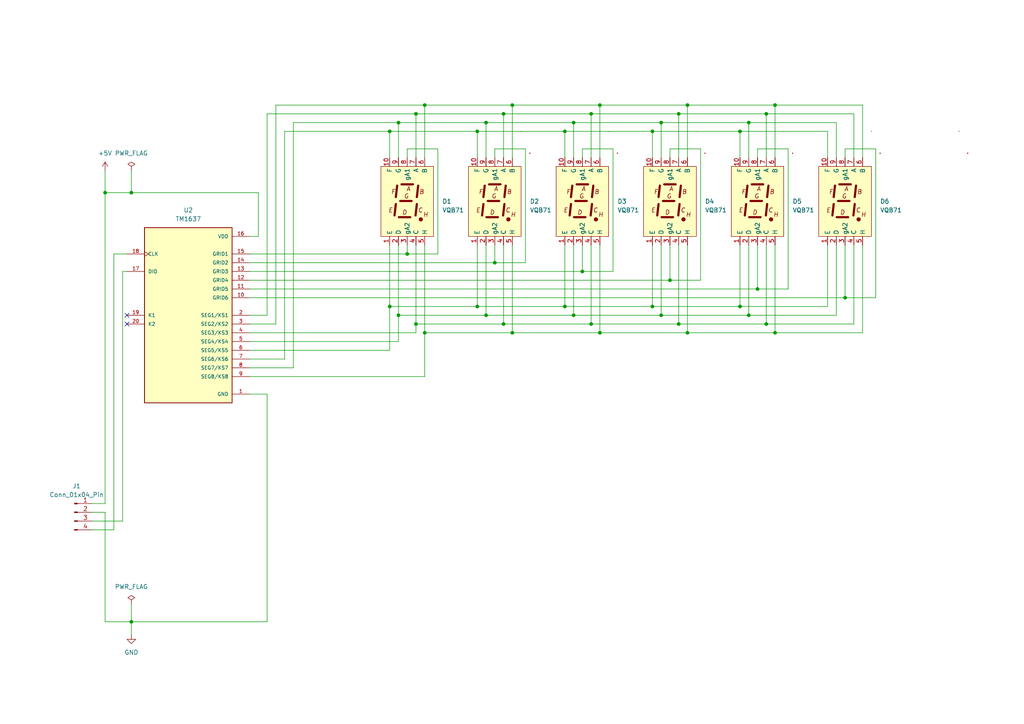
<source format=kicad_sch>
(kicad_sch (version 20230121) (generator eeschema)

  (uuid f63bac00-50e8-4e1d-9483-d4f75b06d28e)

  (paper "A4")

  (lib_symbols
    (symbol "Connector:Conn_01x04_Pin" (pin_names (offset 1.016) hide) (in_bom yes) (on_board yes)
      (property "Reference" "J" (at 0 5.08 0)
        (effects (font (size 1.27 1.27)))
      )
      (property "Value" "Conn_01x04_Pin" (at 0 -7.62 0)
        (effects (font (size 1.27 1.27)))
      )
      (property "Footprint" "" (at 0 0 0)
        (effects (font (size 1.27 1.27)) hide)
      )
      (property "Datasheet" "~" (at 0 0 0)
        (effects (font (size 1.27 1.27)) hide)
      )
      (property "ki_locked" "" (at 0 0 0)
        (effects (font (size 1.27 1.27)))
      )
      (property "ki_keywords" "connector" (at 0 0 0)
        (effects (font (size 1.27 1.27)) hide)
      )
      (property "ki_description" "Generic connector, single row, 01x04, script generated" (at 0 0 0)
        (effects (font (size 1.27 1.27)) hide)
      )
      (property "ki_fp_filters" "Connector*:*_1x??_*" (at 0 0 0)
        (effects (font (size 1.27 1.27)) hide)
      )
      (symbol "Conn_01x04_Pin_1_1"
        (polyline
          (pts
            (xy 1.27 -5.08)
            (xy 0.8636 -5.08)
          )
          (stroke (width 0.1524) (type default))
          (fill (type none))
        )
        (polyline
          (pts
            (xy 1.27 -2.54)
            (xy 0.8636 -2.54)
          )
          (stroke (width 0.1524) (type default))
          (fill (type none))
        )
        (polyline
          (pts
            (xy 1.27 0)
            (xy 0.8636 0)
          )
          (stroke (width 0.1524) (type default))
          (fill (type none))
        )
        (polyline
          (pts
            (xy 1.27 2.54)
            (xy 0.8636 2.54)
          )
          (stroke (width 0.1524) (type default))
          (fill (type none))
        )
        (rectangle (start 0.8636 -4.953) (end 0 -5.207)
          (stroke (width 0.1524) (type default))
          (fill (type outline))
        )
        (rectangle (start 0.8636 -2.413) (end 0 -2.667)
          (stroke (width 0.1524) (type default))
          (fill (type outline))
        )
        (rectangle (start 0.8636 0.127) (end 0 -0.127)
          (stroke (width 0.1524) (type default))
          (fill (type outline))
        )
        (rectangle (start 0.8636 2.667) (end 0 2.413)
          (stroke (width 0.1524) (type default))
          (fill (type outline))
        )
        (pin passive line (at 5.08 2.54 180) (length 3.81)
          (name "Pin_1" (effects (font (size 1.27 1.27))))
          (number "1" (effects (font (size 1.27 1.27))))
        )
        (pin passive line (at 5.08 0 180) (length 3.81)
          (name "Pin_2" (effects (font (size 1.27 1.27))))
          (number "2" (effects (font (size 1.27 1.27))))
        )
        (pin passive line (at 5.08 -2.54 180) (length 3.81)
          (name "Pin_3" (effects (font (size 1.27 1.27))))
          (number "3" (effects (font (size 1.27 1.27))))
        )
        (pin passive line (at 5.08 -5.08 180) (length 3.81)
          (name "Pin_4" (effects (font (size 1.27 1.27))))
          (number "4" (effects (font (size 1.27 1.27))))
        )
      )
    )
    (symbol "RFT_Optoelektronik:VQB71" (in_bom yes) (on_board yes)
      (property "Reference" "D" (at -11.43 0 90)
        (effects (font (size 1.27 1.27)))
      )
      (property "Value" "VQB71" (at -8.89 0 90)
        (effects (font (size 1.27 1.27)))
      )
      (property "Footprint" "RFT_sonstiges:D_VQB71" (at 0 -21.59 0)
        (effects (font (size 1.27 1.27)) hide)
      )
      (property "Datasheet" "https://www-user.tu-chemnitz.de/~heha/basteln/Konsumg%C3%BCter/DDR-Halbleiter/vqb71.gif" (at 0 -19.05 0)
        (effects (font (size 1.27 1.27)) hide)
      )
      (property "ki_description" "einstellige LED-Anzeige, rot, 7mm, gemeinsame Anode" (at 0 0 0)
        (effects (font (size 1.27 1.27)) hide)
      )
      (symbol "VQB71_0_0"
        (polyline
          (pts
            (xy 68.58 6.35)
            (xy 68.58 6.35)
          )
          (stroke (width 0.1524) (type default))
          (fill (type none))
        )
        (circle (center 35.56 13.97) (radius 0.0001)
          (stroke (width 0.1524) (type default))
          (fill (type none))
        )
        (circle (center 35.56 13.97) (radius 0.0001)
          (stroke (width 0.1524) (type default))
          (fill (type none))
        )
        (text "A" (at 0.3556 3.6576 0)
          (effects (font (size 1.27 1.27) italic))
        )
        (text "B" (at 4.191 2.794 0)
          (effects (font (size 1.27 1.27) italic))
        )
        (text "C" (at 3.81 -2.54 0)
          (effects (font (size 1.27 1.27) italic))
        )
        (text "D" (at -0.762 -3.175 0)
          (effects (font (size 1.27 1.27) italic))
        )
        (text "E" (at -4.826 -2.54 0)
          (effects (font (size 1.27 1.27) italic))
        )
        (text "F" (at -4.064 2.794 0)
          (effects (font (size 1.27 1.27) italic))
        )
        (text "G" (at -0.254 1.524 0)
          (effects (font (size 1.27 1.27) italic))
        )
        (text "H" (at 5.334 -3.81 0)
          (effects (font (size 1.27 1.27) italic))
        )
      )
      (symbol "VQB71_0_1"
        (rectangle (start -7.62 10.16) (end 7.62 -10.16)
          (stroke (width 0.1524) (type default))
          (fill (type background))
        )
        (polyline
          (pts
            (xy -3.302 -0.762)
            (xy -3.683 -4.064)
          )
          (stroke (width 0.635) (type default))
          (fill (type none))
        )
        (polyline
          (pts
            (xy -2.921 4.572)
            (xy -3.302 1.27)
          )
          (stroke (width 0.635) (type default))
          (fill (type none))
        )
        (polyline
          (pts
            (xy -2.413 -4.572)
            (xy 0.889 -4.572)
          )
          (stroke (width 0.635) (type default))
          (fill (type none))
        )
        (polyline
          (pts
            (xy -2.032 0.127)
            (xy 1.27 0.127)
          )
          (stroke (width 0.635) (type default))
          (fill (type none))
        )
        (polyline
          (pts
            (xy -1.651 4.953)
            (xy 1.651 4.953)
          )
          (stroke (width 0.635) (type default))
          (fill (type none))
        )
        (polyline
          (pts
            (xy 2.794 -0.762)
            (xy 2.413 -4.064)
          )
          (stroke (width 0.635) (type default))
          (fill (type none))
        )
        (polyline
          (pts
            (xy 3.175 4.572)
            (xy 2.794 1.27)
          )
          (stroke (width 0.635) (type default))
          (fill (type none))
        )
        (circle (center 3.937 -5.207) (radius 0.5236)
          (stroke (width 0.1524) (type default))
          (fill (type outline))
        )
        (rectangle (start 33.02 20.32) (end 33.02 20.32)
          (stroke (width 0.1524) (type default))
          (fill (type none))
        )
        (rectangle (start 33.02 20.32) (end 33.02 20.32)
          (stroke (width 0.1524) (type default))
          (fill (type none))
        )
        (rectangle (start 33.02 20.32) (end 33.02 20.32)
          (stroke (width 0.1524) (type default))
          (fill (type none))
        )
        (rectangle (start 33.02 20.32) (end 33.02 20.32)
          (stroke (width 0.1524) (type default))
          (fill (type none))
        )
        (rectangle (start 33.02 20.32) (end 33.02 20.32)
          (stroke (width 0.1524) (type default))
          (fill (type none))
        )
      )
      (symbol "VQB71_1_1"
        (pin passive line (at -5.08 -12.7 90) (length 2.54)
          (name "E" (effects (font (size 1.27 1.27))))
          (number "1" (effects (font (size 1.27 1.27))))
        )
        (pin passive line (at -5.08 12.7 270) (length 2.54)
          (name "F" (effects (font (size 1.27 1.27))))
          (number "10" (effects (font (size 1.27 1.27))))
        )
        (pin passive line (at -2.54 -12.7 90) (length 2.54)
          (name "D" (effects (font (size 1.27 1.27))))
          (number "2" (effects (font (size 1.27 1.27))))
        )
        (pin passive line (at 0 -12.7 90) (length 2.54)
          (name "gA2" (effects (font (size 1.27 1.27))))
          (number "3" (effects (font (size 1.27 1.27))))
        )
        (pin passive line (at 2.54 -12.7 90) (length 2.54)
          (name "C" (effects (font (size 1.27 1.27))))
          (number "4" (effects (font (size 1.27 1.27))))
        )
        (pin passive line (at 5.08 -12.7 90) (length 2.54)
          (name "H" (effects (font (size 1.27 1.27))))
          (number "5" (effects (font (size 1.27 1.27))))
        )
        (pin passive line (at 5.08 12.7 270) (length 2.54)
          (name "B" (effects (font (size 1.27 1.27))))
          (number "6" (effects (font (size 1.27 1.27))))
        )
        (pin passive line (at 2.54 12.7 270) (length 2.54)
          (name "A" (effects (font (size 1.27 1.27))))
          (number "7" (effects (font (size 1.27 1.27))))
        )
        (pin passive line (at 0 12.7 270) (length 2.54)
          (name "gA1" (effects (font (size 1.27 1.27))))
          (number "8" (effects (font (size 1.27 1.27))))
        )
        (pin passive line (at -2.54 12.7 270) (length 2.54)
          (name "G" (effects (font (size 1.27 1.27))))
          (number "9" (effects (font (size 1.27 1.27))))
        )
      )
    )
    (symbol "TM1637:TM1637" (pin_names (offset 1.016)) (in_bom yes) (on_board yes)
      (property "Reference" "U" (at -12.7 27.94 0)
        (effects (font (size 1.27 1.27)) (justify left bottom))
      )
      (property "Value" "TM1637" (at -12.7 -30.48 0)
        (effects (font (size 1.27 1.27)) (justify left bottom))
      )
      (property "Footprint" "DIP778W43P254L2612H431Q20N" (at 0 0 0)
        (effects (font (size 1.27 1.27)) (justify bottom) hide)
      )
      (property "Datasheet" "" (at 0 0 0)
        (effects (font (size 1.27 1.27)) hide)
      )
      (property "PARTREV" "v2.5" (at 0 0 0)
        (effects (font (size 1.27 1.27)) (justify bottom) hide)
      )
      (property "STANDARD" "IPC 7351B" (at 0 0 0)
        (effects (font (size 1.27 1.27)) (justify bottom) hide)
      )
      (property "MAXIMUM_PACKAGE_HEIGHT" "4.31 mm" (at 0 0 0)
        (effects (font (size 1.27 1.27)) (justify bottom) hide)
      )
      (property "MANUFACTURER" "Titan Micro Electronics" (at 0 0 0)
        (effects (font (size 1.27 1.27)) (justify bottom) hide)
      )
      (symbol "TM1637_0_0"
        (rectangle (start -12.7 -25.4) (end 12.7 25.4)
          (stroke (width 0.254) (type default))
          (fill (type background))
        )
        (pin power_in line (at 17.78 -22.86 180) (length 5.08)
          (name "GND" (effects (font (size 1.016 1.016))))
          (number "1" (effects (font (size 1.016 1.016))))
        )
        (pin output line (at 17.78 5.08 180) (length 5.08)
          (name "GRID6" (effects (font (size 1.016 1.016))))
          (number "10" (effects (font (size 1.016 1.016))))
        )
        (pin output line (at 17.78 7.62 180) (length 5.08)
          (name "GRID5" (effects (font (size 1.016 1.016))))
          (number "11" (effects (font (size 1.016 1.016))))
        )
        (pin output line (at 17.78 10.16 180) (length 5.08)
          (name "GRID4" (effects (font (size 1.016 1.016))))
          (number "12" (effects (font (size 1.016 1.016))))
        )
        (pin output line (at 17.78 12.7 180) (length 5.08)
          (name "GRID3" (effects (font (size 1.016 1.016))))
          (number "13" (effects (font (size 1.016 1.016))))
        )
        (pin output line (at 17.78 15.24 180) (length 5.08)
          (name "GRID2" (effects (font (size 1.016 1.016))))
          (number "14" (effects (font (size 1.016 1.016))))
        )
        (pin output line (at 17.78 17.78 180) (length 5.08)
          (name "GRID1" (effects (font (size 1.016 1.016))))
          (number "15" (effects (font (size 1.016 1.016))))
        )
        (pin power_in line (at 17.78 22.86 180) (length 5.08)
          (name "VDD" (effects (font (size 1.016 1.016))))
          (number "16" (effects (font (size 1.016 1.016))))
        )
        (pin bidirectional line (at -17.78 12.7 0) (length 5.08)
          (name "DIO" (effects (font (size 1.016 1.016))))
          (number "17" (effects (font (size 1.016 1.016))))
        )
        (pin input clock (at -17.78 17.78 0) (length 5.08)
          (name "CLK" (effects (font (size 1.016 1.016))))
          (number "18" (effects (font (size 1.016 1.016))))
        )
        (pin input line (at -17.78 0 0) (length 5.08)
          (name "K1" (effects (font (size 1.016 1.016))))
          (number "19" (effects (font (size 1.016 1.016))))
        )
        (pin output line (at 17.78 0 180) (length 5.08)
          (name "SEG1/KS1" (effects (font (size 1.016 1.016))))
          (number "2" (effects (font (size 1.016 1.016))))
        )
        (pin input line (at -17.78 -2.54 0) (length 5.08)
          (name "K2" (effects (font (size 1.016 1.016))))
          (number "20" (effects (font (size 1.016 1.016))))
        )
        (pin output line (at 17.78 -2.54 180) (length 5.08)
          (name "SEG2/KS2" (effects (font (size 1.016 1.016))))
          (number "3" (effects (font (size 1.016 1.016))))
        )
        (pin output line (at 17.78 -5.08 180) (length 5.08)
          (name "SEG3/KS3" (effects (font (size 1.016 1.016))))
          (number "4" (effects (font (size 1.016 1.016))))
        )
        (pin output line (at 17.78 -7.62 180) (length 5.08)
          (name "SEG4/KS4" (effects (font (size 1.016 1.016))))
          (number "5" (effects (font (size 1.016 1.016))))
        )
        (pin output line (at 17.78 -10.16 180) (length 5.08)
          (name "SEG5/KS5" (effects (font (size 1.016 1.016))))
          (number "6" (effects (font (size 1.016 1.016))))
        )
        (pin output line (at 17.78 -12.7 180) (length 5.08)
          (name "SEG6/KS6" (effects (font (size 1.016 1.016))))
          (number "7" (effects (font (size 1.016 1.016))))
        )
        (pin output line (at 17.78 -15.24 180) (length 5.08)
          (name "SEG7/KS7" (effects (font (size 1.016 1.016))))
          (number "8" (effects (font (size 1.016 1.016))))
        )
        (pin output line (at 17.78 -17.78 180) (length 5.08)
          (name "SEG8/KS8" (effects (font (size 1.016 1.016))))
          (number "9" (effects (font (size 1.016 1.016))))
        )
      )
    )
    (symbol "power:+5V" (power) (pin_names (offset 0)) (in_bom yes) (on_board yes)
      (property "Reference" "#PWR" (at 0 -3.81 0)
        (effects (font (size 1.27 1.27)) hide)
      )
      (property "Value" "+5V" (at 0 3.556 0)
        (effects (font (size 1.27 1.27)))
      )
      (property "Footprint" "" (at 0 0 0)
        (effects (font (size 1.27 1.27)) hide)
      )
      (property "Datasheet" "" (at 0 0 0)
        (effects (font (size 1.27 1.27)) hide)
      )
      (property "ki_keywords" "global power" (at 0 0 0)
        (effects (font (size 1.27 1.27)) hide)
      )
      (property "ki_description" "Power symbol creates a global label with name \"+5V\"" (at 0 0 0)
        (effects (font (size 1.27 1.27)) hide)
      )
      (symbol "+5V_0_1"
        (polyline
          (pts
            (xy -0.762 1.27)
            (xy 0 2.54)
          )
          (stroke (width 0) (type default))
          (fill (type none))
        )
        (polyline
          (pts
            (xy 0 0)
            (xy 0 2.54)
          )
          (stroke (width 0) (type default))
          (fill (type none))
        )
        (polyline
          (pts
            (xy 0 2.54)
            (xy 0.762 1.27)
          )
          (stroke (width 0) (type default))
          (fill (type none))
        )
      )
      (symbol "+5V_1_1"
        (pin power_in line (at 0 0 90) (length 0) hide
          (name "+5V" (effects (font (size 1.27 1.27))))
          (number "1" (effects (font (size 1.27 1.27))))
        )
      )
    )
    (symbol "power:GND" (power) (pin_names (offset 0)) (in_bom yes) (on_board yes)
      (property "Reference" "#PWR" (at 0 -6.35 0)
        (effects (font (size 1.27 1.27)) hide)
      )
      (property "Value" "GND" (at 0 -3.81 0)
        (effects (font (size 1.27 1.27)))
      )
      (property "Footprint" "" (at 0 0 0)
        (effects (font (size 1.27 1.27)) hide)
      )
      (property "Datasheet" "" (at 0 0 0)
        (effects (font (size 1.27 1.27)) hide)
      )
      (property "ki_keywords" "global power" (at 0 0 0)
        (effects (font (size 1.27 1.27)) hide)
      )
      (property "ki_description" "Power symbol creates a global label with name \"GND\" , ground" (at 0 0 0)
        (effects (font (size 1.27 1.27)) hide)
      )
      (symbol "GND_0_1"
        (polyline
          (pts
            (xy 0 0)
            (xy 0 -1.27)
            (xy 1.27 -1.27)
            (xy 0 -2.54)
            (xy -1.27 -1.27)
            (xy 0 -1.27)
          )
          (stroke (width 0) (type default))
          (fill (type none))
        )
      )
      (symbol "GND_1_1"
        (pin power_in line (at 0 0 270) (length 0) hide
          (name "GND" (effects (font (size 1.27 1.27))))
          (number "1" (effects (font (size 1.27 1.27))))
        )
      )
    )
    (symbol "power:PWR_FLAG" (power) (pin_numbers hide) (pin_names (offset 0) hide) (in_bom yes) (on_board yes)
      (property "Reference" "#FLG" (at 0 1.905 0)
        (effects (font (size 1.27 1.27)) hide)
      )
      (property "Value" "PWR_FLAG" (at 0 3.81 0)
        (effects (font (size 1.27 1.27)))
      )
      (property "Footprint" "" (at 0 0 0)
        (effects (font (size 1.27 1.27)) hide)
      )
      (property "Datasheet" "~" (at 0 0 0)
        (effects (font (size 1.27 1.27)) hide)
      )
      (property "ki_keywords" "flag power" (at 0 0 0)
        (effects (font (size 1.27 1.27)) hide)
      )
      (property "ki_description" "Special symbol for telling ERC where power comes from" (at 0 0 0)
        (effects (font (size 1.27 1.27)) hide)
      )
      (symbol "PWR_FLAG_0_0"
        (pin power_out line (at 0 0 90) (length 0)
          (name "pwr" (effects (font (size 1.27 1.27))))
          (number "1" (effects (font (size 1.27 1.27))))
        )
      )
      (symbol "PWR_FLAG_0_1"
        (polyline
          (pts
            (xy 0 0)
            (xy 0 1.27)
            (xy -1.016 1.905)
            (xy 0 2.54)
            (xy 1.016 1.905)
            (xy 0 1.27)
          )
          (stroke (width 0) (type default))
          (fill (type none))
        )
      )
    )
  )

  (junction (at 148.59 96.52) (diameter 0) (color 0 0 0 0)
    (uuid 002e3d27-8d8e-4a4e-9b78-66e3249e39ab)
  )
  (junction (at 171.45 93.98) (diameter 0) (color 0 0 0 0)
    (uuid 009b2d7d-b75d-45f9-b2d2-b271a42be93e)
  )
  (junction (at 191.77 91.44) (diameter 0) (color 0 0 0 0)
    (uuid 06827e49-04d0-49b6-b7a3-a01a50381b72)
  )
  (junction (at 143.51 76.2) (diameter 0) (color 0 0 0 0)
    (uuid 146f6a00-2053-402a-9c53-1f9782ce6ef9)
  )
  (junction (at 115.57 91.44) (diameter 0) (color 0 0 0 0)
    (uuid 15b9ed11-b57e-425b-959d-6958e8991310)
  )
  (junction (at 189.23 38.1) (diameter 0) (color 0 0 0 0)
    (uuid 1b2768cb-34d4-4a33-a89d-a695e92436b4)
  )
  (junction (at 118.11 73.66) (diameter 0) (color 0 0 0 0)
    (uuid 1d95ba05-4be9-4fed-9409-f39b94c8b0f7)
  )
  (junction (at 38.1 180.34) (diameter 0) (color 0 0 0 0)
    (uuid 30b7d3c4-4ebd-42e1-8bd0-71a0b283f895)
  )
  (junction (at 120.65 93.98) (diameter 0) (color 0 0 0 0)
    (uuid 3485d8c6-d233-4db1-86f8-8f8200690c38)
  )
  (junction (at 113.03 38.1) (diameter 0) (color 0 0 0 0)
    (uuid 35efaa3b-2a4d-4d40-ada5-75c9cf712994)
  )
  (junction (at 123.19 30.48) (diameter 0) (color 0 0 0 0)
    (uuid 3a0e4220-e10a-4e4f-90f4-666f1d120c9b)
  )
  (junction (at 123.19 96.52) (diameter 0) (color 0 0 0 0)
    (uuid 44b51a7a-a588-449d-b6ba-2445332d135c)
  )
  (junction (at 140.97 35.56) (diameter 0) (color 0 0 0 0)
    (uuid 5004a973-7f8d-4643-a373-a5a76e022385)
  )
  (junction (at 194.31 81.28) (diameter 0) (color 0 0 0 0)
    (uuid 5752f308-e112-46a6-a3af-e516c343a2f4)
  )
  (junction (at 217.17 91.44) (diameter 0) (color 0 0 0 0)
    (uuid 5dda2e03-ea56-4eed-a1bb-4c56585462cd)
  )
  (junction (at 166.37 35.56) (diameter 0) (color 0 0 0 0)
    (uuid 5ffa7b22-dc4d-4d15-8e74-1fda6e4332b7)
  )
  (junction (at 171.45 33.02) (diameter 0) (color 0 0 0 0)
    (uuid 7714e973-614e-46ad-bc49-cf3856ad605e)
  )
  (junction (at 196.85 33.02) (diameter 0) (color 0 0 0 0)
    (uuid 7ca0e7c8-5a24-4236-b846-25c00b5dd6b0)
  )
  (junction (at 222.25 93.98) (diameter 0) (color 0 0 0 0)
    (uuid 7d4a3085-c255-40c7-9347-9cbb24d73ea7)
  )
  (junction (at 113.03 88.9) (diameter 0) (color 0 0 0 0)
    (uuid 8014754e-09d4-46e3-a820-614ba78bd683)
  )
  (junction (at 214.63 38.1) (diameter 0) (color 0 0 0 0)
    (uuid 8493f91f-3fb6-49e6-b885-085f15d49ae4)
  )
  (junction (at 219.71 83.82) (diameter 0) (color 0 0 0 0)
    (uuid 9549d6ca-87f6-46c1-baf0-f246f38fa25c)
  )
  (junction (at 115.57 35.56) (diameter 0) (color 0 0 0 0)
    (uuid 971ab42a-caee-4c61-81b8-daf6afe6b071)
  )
  (junction (at 120.65 33.02) (diameter 0) (color 0 0 0 0)
    (uuid 97f2b5eb-7972-491f-9706-c0fbfd69698c)
  )
  (junction (at 138.43 38.1) (diameter 0) (color 0 0 0 0)
    (uuid 9c681411-2e96-46c0-b13f-c789ab621d1a)
  )
  (junction (at 224.79 30.48) (diameter 0) (color 0 0 0 0)
    (uuid a298a8ec-c12e-47ee-9358-46416b39baeb)
  )
  (junction (at 214.63 88.9) (diameter 0) (color 0 0 0 0)
    (uuid a55d3a3e-227a-487f-a654-48454691ae6c)
  )
  (junction (at 30.48 55.88) (diameter 0) (color 0 0 0 0)
    (uuid aa0877ff-520a-4a3c-80c0-4e24dff21efc)
  )
  (junction (at 146.05 93.98) (diameter 0) (color 0 0 0 0)
    (uuid ae4bf027-cd73-4ef6-9dce-51d530261fea)
  )
  (junction (at 245.11 86.36) (diameter 0) (color 0 0 0 0)
    (uuid b21c583e-1b88-4c8a-a4b9-268957df6f0c)
  )
  (junction (at 146.05 33.02) (diameter 0) (color 0 0 0 0)
    (uuid ba2c135d-8485-4351-8184-8ee39af9972b)
  )
  (junction (at 199.39 96.52) (diameter 0) (color 0 0 0 0)
    (uuid c0022052-b5d4-48e6-9313-4c34ae65676f)
  )
  (junction (at 199.39 30.48) (diameter 0) (color 0 0 0 0)
    (uuid c0180bf0-34f8-45da-b606-0741d477e401)
  )
  (junction (at 189.23 88.9) (diameter 0) (color 0 0 0 0)
    (uuid c2df44f1-9897-4e60-bff0-d8271362f8c8)
  )
  (junction (at 140.97 91.44) (diameter 0) (color 0 0 0 0)
    (uuid c6072438-f425-4440-8f7c-d5ddba8dfbef)
  )
  (junction (at 217.17 35.56) (diameter 0) (color 0 0 0 0)
    (uuid c720af61-f5c3-49d2-b58c-fb158a6f9a24)
  )
  (junction (at 224.79 96.52) (diameter 0) (color 0 0 0 0)
    (uuid c9d43ee0-0d94-4cc3-bc50-7fad174c2b17)
  )
  (junction (at 173.99 30.48) (diameter 0) (color 0 0 0 0)
    (uuid cf093e41-ea39-451d-8238-e690350c4317)
  )
  (junction (at 163.83 88.9) (diameter 0) (color 0 0 0 0)
    (uuid cf0fc560-4a46-405a-aa03-c4f6d305c062)
  )
  (junction (at 38.1 55.88) (diameter 0) (color 0 0 0 0)
    (uuid d86ccce2-1394-4b88-8f03-16eed25bfe21)
  )
  (junction (at 163.83 38.1) (diameter 0) (color 0 0 0 0)
    (uuid d9d97c63-b28c-4846-a339-de0d5d2f98dd)
  )
  (junction (at 173.99 96.52) (diameter 0) (color 0 0 0 0)
    (uuid e4371a87-b3c3-426b-b568-fc16273ec5ed)
  )
  (junction (at 148.59 30.48) (diameter 0) (color 0 0 0 0)
    (uuid e6730a66-ae03-496c-b199-43b95cd98ff6)
  )
  (junction (at 138.43 88.9) (diameter 0) (color 0 0 0 0)
    (uuid e839945f-0fba-4e31-8e99-16599220e44b)
  )
  (junction (at 222.25 33.02) (diameter 0) (color 0 0 0 0)
    (uuid ec19a101-1f4f-4b9b-9cff-bf57d096c04e)
  )
  (junction (at 168.91 78.74) (diameter 0) (color 0 0 0 0)
    (uuid eebd7676-fa08-4b9e-9934-5d5a66c156c1)
  )
  (junction (at 196.85 93.98) (diameter 0) (color 0 0 0 0)
    (uuid f827c68f-9abe-418f-9611-60a198d3c8e2)
  )
  (junction (at 191.77 35.56) (diameter 0) (color 0 0 0 0)
    (uuid f900a48f-baa8-4d85-913d-14fe27275b66)
  )
  (junction (at 166.37 91.44) (diameter 0) (color 0 0 0 0)
    (uuid fe41f038-d911-4a77-b6d6-dbc34a6790e7)
  )

  (no_connect (at 36.83 93.98) (uuid 11d9a90d-30ea-4eaa-8741-61f5b8e4151a))
  (no_connect (at 36.83 91.44) (uuid 9740da5e-71db-4a83-b29d-ea35433221c4))

  (wire (pts (xy 72.39 109.22) (xy 123.19 109.22))
    (stroke (width 0) (type default))
    (uuid 003049e4-a118-4e5e-88b8-7da7f281007b)
  )
  (wire (pts (xy 113.03 71.12) (xy 113.03 88.9))
    (stroke (width 0) (type default))
    (uuid 00f72231-a60b-4c8b-b80d-884ce8d626e7)
  )
  (wire (pts (xy 30.48 55.88) (xy 30.48 146.05))
    (stroke (width 0) (type default))
    (uuid 01eff254-6542-4b98-aa3d-b78e2896f9f2)
  )
  (wire (pts (xy 222.25 45.72) (xy 222.25 33.02))
    (stroke (width 0) (type default))
    (uuid 03841a4b-7e40-40fb-ae10-87d540bf234b)
  )
  (wire (pts (xy 240.03 88.9) (xy 240.03 71.12))
    (stroke (width 0) (type default))
    (uuid 03ead21f-3732-427a-a49d-dcaa94e0d200)
  )
  (wire (pts (xy 38.1 180.34) (xy 38.1 184.15))
    (stroke (width 0) (type default))
    (uuid 06fa28d7-097b-41c6-8cd7-ec17b1600512)
  )
  (wire (pts (xy 245.11 43.18) (xy 254 43.18))
    (stroke (width 0) (type default))
    (uuid 08e04685-ab97-4cc2-804f-f354c3ee49f1)
  )
  (wire (pts (xy 72.39 68.58) (xy 74.93 68.58))
    (stroke (width 0) (type default))
    (uuid 0e277417-0f9f-4d97-959d-c2550129929b)
  )
  (wire (pts (xy 140.97 91.44) (xy 166.37 91.44))
    (stroke (width 0) (type default))
    (uuid 0ee8693b-9e9e-4616-b437-0349eaf49b2a)
  )
  (wire (pts (xy 77.47 180.34) (xy 77.47 114.3))
    (stroke (width 0) (type default))
    (uuid 0fb7d9c7-5971-4443-ba93-8a5b7883653f)
  )
  (wire (pts (xy 199.39 71.12) (xy 199.39 96.52))
    (stroke (width 0) (type default))
    (uuid 124914ae-45eb-4dae-be6e-5bf14ba0065f)
  )
  (wire (pts (xy 217.17 91.44) (xy 242.57 91.44))
    (stroke (width 0) (type default))
    (uuid 12ea0c42-a03e-424f-b99c-fec62f9834c4)
  )
  (wire (pts (xy 152.4 43.18) (xy 152.4 76.2))
    (stroke (width 0) (type default))
    (uuid 13f07c44-0df1-4dfb-9825-8e3c4b97f9bf)
  )
  (wire (pts (xy 77.47 114.3) (xy 72.39 114.3))
    (stroke (width 0) (type default))
    (uuid 1746e83c-114b-4e82-b45f-a28987f5c0e6)
  )
  (wire (pts (xy 72.39 106.68) (xy 85.09 106.68))
    (stroke (width 0) (type default))
    (uuid 18392a32-81bc-4db9-b0b1-f0c2e7bab71a)
  )
  (wire (pts (xy 138.43 38.1) (xy 138.43 45.72))
    (stroke (width 0) (type default))
    (uuid 186d4026-a6a4-458b-842f-75fc19f43ed7)
  )
  (wire (pts (xy 219.71 71.12) (xy 219.71 83.82))
    (stroke (width 0) (type default))
    (uuid 1951afdc-9298-4ece-9ce9-ecaedec24fe3)
  )
  (wire (pts (xy 120.65 33.02) (xy 146.05 33.02))
    (stroke (width 0) (type default))
    (uuid 1a52ef54-4373-4bc7-921a-e4c410628550)
  )
  (wire (pts (xy 74.93 55.88) (xy 38.1 55.88))
    (stroke (width 0) (type default))
    (uuid 1a81fd1b-4b8c-45b4-b120-e6ef1d190c88)
  )
  (wire (pts (xy 127 43.18) (xy 127 73.66))
    (stroke (width 0) (type default))
    (uuid 1f7e6ea4-1732-4f97-91b7-a1689883e4b8)
  )
  (wire (pts (xy 36.83 73.66) (xy 33.02 73.66))
    (stroke (width 0) (type default))
    (uuid 1fe2e354-105d-404a-a7fd-526b77b45722)
  )
  (wire (pts (xy 242.57 35.56) (xy 242.57 45.72))
    (stroke (width 0) (type default))
    (uuid 21a256e5-f4f5-4395-86fb-0374e95381c9)
  )
  (wire (pts (xy 85.09 106.68) (xy 85.09 35.56))
    (stroke (width 0) (type default))
    (uuid 21c53f1f-1824-47fd-a8e9-3b8acc5dd17e)
  )
  (wire (pts (xy 222.25 71.12) (xy 222.25 93.98))
    (stroke (width 0) (type default))
    (uuid 2238de28-a869-4209-8687-192dd4eb38dd)
  )
  (wire (pts (xy 168.91 43.18) (xy 177.8 43.18))
    (stroke (width 0) (type default))
    (uuid 24d3c1bc-193b-4792-a5f4-b8fab905eba9)
  )
  (wire (pts (xy 196.85 93.98) (xy 222.25 93.98))
    (stroke (width 0) (type default))
    (uuid 25436da3-bff4-40ae-8ef5-ac441cfad4f2)
  )
  (wire (pts (xy 146.05 93.98) (xy 171.45 93.98))
    (stroke (width 0) (type default))
    (uuid 25c46feb-9cd9-4abc-84c2-5d66a2d8baf9)
  )
  (wire (pts (xy 250.19 30.48) (xy 250.19 45.72))
    (stroke (width 0) (type default))
    (uuid 28959d16-c19f-4fe0-bf93-ba8e3e78da9e)
  )
  (wire (pts (xy 224.79 96.52) (xy 250.19 96.52))
    (stroke (width 0) (type default))
    (uuid 2a7bd0d5-2338-408e-9a61-36d007a699da)
  )
  (wire (pts (xy 224.79 71.12) (xy 224.79 96.52))
    (stroke (width 0) (type default))
    (uuid 2b668a76-2b77-4c6f-93e8-2ef3e88196b5)
  )
  (wire (pts (xy 214.63 38.1) (xy 240.03 38.1))
    (stroke (width 0) (type default))
    (uuid 2c649903-19bf-44e8-9465-dbf4869ea7e5)
  )
  (wire (pts (xy 35.56 78.74) (xy 35.56 151.13))
    (stroke (width 0) (type default))
    (uuid 2d1b3174-5400-49ef-865b-05e91a883cd1)
  )
  (wire (pts (xy 38.1 180.34) (xy 77.47 180.34))
    (stroke (width 0) (type default))
    (uuid 2d2982c9-0261-4f4e-b479-22815575df79)
  )
  (wire (pts (xy 247.65 33.02) (xy 247.65 45.72))
    (stroke (width 0) (type default))
    (uuid 2e6b6ed9-1b6c-41b7-97f0-8dcd3e96ef6a)
  )
  (wire (pts (xy 82.55 38.1) (xy 113.03 38.1))
    (stroke (width 0) (type default))
    (uuid 30f946c5-1814-4ea2-98fa-f2de62e1b146)
  )
  (wire (pts (xy 143.51 45.72) (xy 143.51 43.18))
    (stroke (width 0) (type default))
    (uuid 31a3bda6-53a0-4fae-bae5-1bb95f8ce60d)
  )
  (wire (pts (xy 199.39 30.48) (xy 224.79 30.48))
    (stroke (width 0) (type default))
    (uuid 31f0219a-8063-401b-b99e-24e9277ea167)
  )
  (wire (pts (xy 191.77 35.56) (xy 191.77 45.72))
    (stroke (width 0) (type default))
    (uuid 33515984-4fa3-48d2-baa6-5aaf9b558b6d)
  )
  (wire (pts (xy 196.85 71.12) (xy 196.85 93.98))
    (stroke (width 0) (type default))
    (uuid 35603c81-5ea2-474c-b396-1b01cb4f819c)
  )
  (wire (pts (xy 217.17 35.56) (xy 242.57 35.56))
    (stroke (width 0) (type default))
    (uuid 35a6d563-ac6c-477d-92e9-c72c007fbbcb)
  )
  (wire (pts (xy 199.39 30.48) (xy 199.39 45.72))
    (stroke (width 0) (type default))
    (uuid 36b39301-2581-40e2-970e-27110a3bb037)
  )
  (wire (pts (xy 123.19 109.22) (xy 123.19 96.52))
    (stroke (width 0) (type default))
    (uuid 36de94ec-bb1c-45ea-b6c3-bac81b8baccc)
  )
  (wire (pts (xy 254 86.36) (xy 245.11 86.36))
    (stroke (width 0) (type default))
    (uuid 37476378-66f6-4119-acd5-5e60938ab16a)
  )
  (wire (pts (xy 189.23 38.1) (xy 189.23 45.72))
    (stroke (width 0) (type default))
    (uuid 37d47a1e-a755-42d6-84f9-9aa91a094c4d)
  )
  (wire (pts (xy 191.77 91.44) (xy 217.17 91.44))
    (stroke (width 0) (type default))
    (uuid 3948a7b7-ea8a-46cc-9b4f-9a5fe30a07b8)
  )
  (wire (pts (xy 113.03 45.72) (xy 113.03 38.1))
    (stroke (width 0) (type default))
    (uuid 3b117356-4fcc-45ce-b4ad-976aa01837c4)
  )
  (wire (pts (xy 148.59 71.12) (xy 148.59 96.52))
    (stroke (width 0) (type default))
    (uuid 3c205d72-fdc7-4295-aecd-4afeab58d827)
  )
  (wire (pts (xy 77.47 91.44) (xy 77.47 33.02))
    (stroke (width 0) (type default))
    (uuid 3d869089-d411-464a-99ce-b12ab9274bc1)
  )
  (wire (pts (xy 214.63 88.9) (xy 240.03 88.9))
    (stroke (width 0) (type default))
    (uuid 3dacb64c-c47d-46e1-b9f3-f426e02a60d9)
  )
  (wire (pts (xy 166.37 71.12) (xy 166.37 91.44))
    (stroke (width 0) (type default))
    (uuid 3e6ae332-b065-4c2a-bab7-04e9e7704b3e)
  )
  (wire (pts (xy 38.1 55.88) (xy 30.48 55.88))
    (stroke (width 0) (type default))
    (uuid 3fb95b42-f800-44a3-a45c-d968d13ed829)
  )
  (wire (pts (xy 33.02 153.67) (xy 26.67 153.67))
    (stroke (width 0) (type default))
    (uuid 4087cac6-9cdc-4406-b319-4311cd9eb85b)
  )
  (wire (pts (xy 120.65 93.98) (xy 146.05 93.98))
    (stroke (width 0) (type default))
    (uuid 43c45735-515c-401d-a667-c7915965c060)
  )
  (wire (pts (xy 80.01 93.98) (xy 80.01 30.48))
    (stroke (width 0) (type default))
    (uuid 4582654c-b988-430a-8a99-60dc57f4de56)
  )
  (wire (pts (xy 72.39 104.14) (xy 82.55 104.14))
    (stroke (width 0) (type default))
    (uuid 468f254e-2196-468f-8417-8ce66713b5e3)
  )
  (wire (pts (xy 173.99 30.48) (xy 199.39 30.48))
    (stroke (width 0) (type default))
    (uuid 4b21ed44-ffd1-4300-8c8b-6ea008e79918)
  )
  (wire (pts (xy 30.48 146.05) (xy 26.67 146.05))
    (stroke (width 0) (type default))
    (uuid 4b78ea41-0d1f-4654-b5cc-8fffedf151cb)
  )
  (wire (pts (xy 171.45 33.02) (xy 196.85 33.02))
    (stroke (width 0) (type default))
    (uuid 4e0ea7bd-8889-4c1e-941a-ab78837e5edc)
  )
  (wire (pts (xy 123.19 96.52) (xy 148.59 96.52))
    (stroke (width 0) (type default))
    (uuid 4e5bfad8-4666-44b3-a0fc-b99b33460b27)
  )
  (wire (pts (xy 146.05 71.12) (xy 146.05 93.98))
    (stroke (width 0) (type default))
    (uuid 4eced154-6dd2-42c8-9bb2-4414d4cdb540)
  )
  (wire (pts (xy 171.45 93.98) (xy 196.85 93.98))
    (stroke (width 0) (type default))
    (uuid 4f7e66d1-bb0b-4b9d-836c-baf0d9f44ea4)
  )
  (wire (pts (xy 148.59 30.48) (xy 173.99 30.48))
    (stroke (width 0) (type default))
    (uuid 5012ef2b-c24b-48ad-b23a-6a829154889b)
  )
  (wire (pts (xy 166.37 35.56) (xy 166.37 45.72))
    (stroke (width 0) (type default))
    (uuid 52f1e8fd-3abf-42b2-86d3-9337f997ea12)
  )
  (wire (pts (xy 254 43.18) (xy 254 86.36))
    (stroke (width 0) (type default))
    (uuid 5303af27-9f67-4a52-b862-1bd3aa7cb5f8)
  )
  (wire (pts (xy 72.39 76.2) (xy 143.51 76.2))
    (stroke (width 0) (type default))
    (uuid 54b4d152-edf6-41ae-a682-208116e3f6d1)
  )
  (wire (pts (xy 72.39 73.66) (xy 118.11 73.66))
    (stroke (width 0) (type default))
    (uuid 563a465f-97a5-4c9f-828d-176a6a087971)
  )
  (wire (pts (xy 36.83 78.74) (xy 35.56 78.74))
    (stroke (width 0) (type default))
    (uuid 56537570-9dfd-4a79-8c5e-cfc89fd6ef32)
  )
  (wire (pts (xy 163.83 71.12) (xy 163.83 88.9))
    (stroke (width 0) (type default))
    (uuid 59830d11-4410-4a2e-9170-6c6e99314529)
  )
  (wire (pts (xy 30.48 180.34) (xy 38.1 180.34))
    (stroke (width 0) (type default))
    (uuid 5a325ada-31bd-4a8a-a799-156e61988944)
  )
  (wire (pts (xy 191.77 71.12) (xy 191.77 91.44))
    (stroke (width 0) (type default))
    (uuid 5c9ebc5a-06e3-419d-a9d5-a5c13201277a)
  )
  (wire (pts (xy 194.31 71.12) (xy 194.31 81.28))
    (stroke (width 0) (type default))
    (uuid 5db4bb7b-5161-4f2d-a0b8-df7e6c3f4d38)
  )
  (wire (pts (xy 166.37 91.44) (xy 191.77 91.44))
    (stroke (width 0) (type default))
    (uuid 613c74de-f6f0-4aa2-8c63-3b437ae26cb1)
  )
  (wire (pts (xy 177.8 43.18) (xy 177.8 78.74))
    (stroke (width 0) (type default))
    (uuid 63398728-e420-4cbe-bd40-573b4fd998a0)
  )
  (wire (pts (xy 199.39 96.52) (xy 224.79 96.52))
    (stroke (width 0) (type default))
    (uuid 6367b29f-3b66-4326-8e92-52119dd3fc00)
  )
  (wire (pts (xy 143.51 71.12) (xy 143.51 76.2))
    (stroke (width 0) (type default))
    (uuid 636972b2-2206-4db8-936d-8a9d50b8f3da)
  )
  (wire (pts (xy 217.17 71.12) (xy 217.17 91.44))
    (stroke (width 0) (type default))
    (uuid 63b72991-12c6-4a73-a3eb-a76258921930)
  )
  (wire (pts (xy 30.48 49.53) (xy 30.48 55.88))
    (stroke (width 0) (type default))
    (uuid 65fafa70-c1a1-4cb3-9586-4bda71759a24)
  )
  (wire (pts (xy 82.55 104.14) (xy 82.55 38.1))
    (stroke (width 0) (type default))
    (uuid 660e4665-8ebc-480e-a329-621fef49bf28)
  )
  (wire (pts (xy 196.85 33.02) (xy 222.25 33.02))
    (stroke (width 0) (type default))
    (uuid 66ecfb67-f004-4b2b-bcb3-906097dba7a4)
  )
  (wire (pts (xy 123.19 30.48) (xy 148.59 30.48))
    (stroke (width 0) (type default))
    (uuid 675c8b5f-debb-4b52-8a92-471740599e96)
  )
  (wire (pts (xy 118.11 71.12) (xy 118.11 73.66))
    (stroke (width 0) (type default))
    (uuid 67a92b1d-1dec-47be-b1c4-525385118696)
  )
  (wire (pts (xy 72.39 78.74) (xy 168.91 78.74))
    (stroke (width 0) (type default))
    (uuid 6a200fff-eace-4474-ace9-a8dd13a0ed04)
  )
  (wire (pts (xy 146.05 33.02) (xy 146.05 45.72))
    (stroke (width 0) (type default))
    (uuid 6bd8979d-3e8a-49af-984c-84c64757203b)
  )
  (wire (pts (xy 146.05 33.02) (xy 171.45 33.02))
    (stroke (width 0) (type default))
    (uuid 6ee816cf-ce8b-4da4-a509-50f69aa52fc2)
  )
  (wire (pts (xy 166.37 35.56) (xy 191.77 35.56))
    (stroke (width 0) (type default))
    (uuid 702c7300-106e-4374-bf52-33698ad1b7ce)
  )
  (wire (pts (xy 228.6 43.18) (xy 228.6 83.82))
    (stroke (width 0) (type default))
    (uuid 71e38250-e9fb-4489-86e2-57de25682c26)
  )
  (wire (pts (xy 173.99 30.48) (xy 173.99 45.72))
    (stroke (width 0) (type default))
    (uuid 746ee300-9cb7-4f50-b8c4-3bf99d60cbd2)
  )
  (wire (pts (xy 115.57 91.44) (xy 140.97 91.44))
    (stroke (width 0) (type default))
    (uuid 764a8996-bd2c-4eb7-b307-83a53f9e7583)
  )
  (wire (pts (xy 127 73.66) (xy 118.11 73.66))
    (stroke (width 0) (type default))
    (uuid 76e55a2f-af0f-42f2-b448-f7c375b73e39)
  )
  (wire (pts (xy 148.59 96.52) (xy 173.99 96.52))
    (stroke (width 0) (type default))
    (uuid 7a77234e-0c60-4b5c-ba58-3bc7f259d16e)
  )
  (wire (pts (xy 115.57 71.12) (xy 115.57 91.44))
    (stroke (width 0) (type default))
    (uuid 7d2eab24-57b0-464c-acf7-feeaa72f02e7)
  )
  (wire (pts (xy 138.43 71.12) (xy 138.43 88.9))
    (stroke (width 0) (type default))
    (uuid 7ebd4858-5643-4b37-bfd9-b4a24dad468d)
  )
  (wire (pts (xy 189.23 88.9) (xy 214.63 88.9))
    (stroke (width 0) (type default))
    (uuid 81172ed9-3145-46c2-9355-d05b83b472e0)
  )
  (wire (pts (xy 113.03 38.1) (xy 138.43 38.1))
    (stroke (width 0) (type default))
    (uuid 81dac754-33b4-42fb-bc60-1a08ed254cf1)
  )
  (wire (pts (xy 72.39 93.98) (xy 80.01 93.98))
    (stroke (width 0) (type default))
    (uuid 86b43b14-bd31-4074-8925-0b3c4e104ded)
  )
  (wire (pts (xy 247.65 93.98) (xy 247.65 71.12))
    (stroke (width 0) (type default))
    (uuid 875701f6-1220-4525-9b65-39447236ec91)
  )
  (wire (pts (xy 245.11 45.72) (xy 245.11 43.18))
    (stroke (width 0) (type default))
    (uuid 898e47a2-ac94-44eb-a945-fb0b826a40f5)
  )
  (wire (pts (xy 222.25 93.98) (xy 247.65 93.98))
    (stroke (width 0) (type default))
    (uuid 8d538783-bb8f-4775-8974-0d8f8e392a4a)
  )
  (wire (pts (xy 194.31 45.72) (xy 194.31 43.18))
    (stroke (width 0) (type default))
    (uuid 8e109fac-7566-454e-924d-ef7cdf06cf8b)
  )
  (wire (pts (xy 120.65 71.12) (xy 120.65 93.98))
    (stroke (width 0) (type default))
    (uuid 8eff9159-0657-40b8-b17c-2bd1841b40a0)
  )
  (wire (pts (xy 80.01 30.48) (xy 123.19 30.48))
    (stroke (width 0) (type default))
    (uuid 909de8e0-6730-42dd-a385-e46454727bf7)
  )
  (wire (pts (xy 74.93 68.58) (xy 74.93 55.88))
    (stroke (width 0) (type default))
    (uuid 91862664-8b33-421f-9190-b0378ef9cd7e)
  )
  (wire (pts (xy 118.11 45.72) (xy 118.11 43.18))
    (stroke (width 0) (type default))
    (uuid 9418a169-3eeb-418e-b8d0-a0f54644ac46)
  )
  (wire (pts (xy 138.43 88.9) (xy 163.83 88.9))
    (stroke (width 0) (type default))
    (uuid 97ddff93-c698-4583-8f66-316da3d7f3f1)
  )
  (wire (pts (xy 138.43 38.1) (xy 163.83 38.1))
    (stroke (width 0) (type default))
    (uuid 982e2e6f-a762-4456-bf31-8c8cdc4c40bc)
  )
  (wire (pts (xy 113.03 88.9) (xy 138.43 88.9))
    (stroke (width 0) (type default))
    (uuid 9872161b-3db5-42b7-b547-18fe6db7522c)
  )
  (wire (pts (xy 72.39 99.06) (xy 115.57 99.06))
    (stroke (width 0) (type default))
    (uuid 987ee388-80ad-4136-923a-948058837441)
  )
  (wire (pts (xy 118.11 43.18) (xy 127 43.18))
    (stroke (width 0) (type default))
    (uuid 9954c9a6-0588-4ec6-b051-d2709c4f4385)
  )
  (wire (pts (xy 140.97 35.56) (xy 166.37 35.56))
    (stroke (width 0) (type default))
    (uuid 9981b6ec-9180-4e40-95c0-a6b2e08f97b7)
  )
  (wire (pts (xy 189.23 71.12) (xy 189.23 88.9))
    (stroke (width 0) (type default))
    (uuid 9b92da7b-a37a-4134-a0f2-26da716e6ea4)
  )
  (wire (pts (xy 222.25 33.02) (xy 247.65 33.02))
    (stroke (width 0) (type default))
    (uuid 9d203b63-8b67-4900-816a-8279017d7684)
  )
  (wire (pts (xy 163.83 88.9) (xy 189.23 88.9))
    (stroke (width 0) (type default))
    (uuid 9e826bf8-6fff-4fd0-9b2c-a48c293775b8)
  )
  (wire (pts (xy 196.85 33.02) (xy 196.85 45.72))
    (stroke (width 0) (type default))
    (uuid 9ee52aa3-63a6-42fe-a545-f9eb76ec3e01)
  )
  (wire (pts (xy 168.91 45.72) (xy 168.91 43.18))
    (stroke (width 0) (type default))
    (uuid a04e3fda-53b8-439b-99b1-3784585c9302)
  )
  (wire (pts (xy 189.23 38.1) (xy 214.63 38.1))
    (stroke (width 0) (type default))
    (uuid a1c35d29-6e1d-4a83-bac8-daeb2086140d)
  )
  (wire (pts (xy 177.8 78.74) (xy 168.91 78.74))
    (stroke (width 0) (type default))
    (uuid a2864ded-36ae-4e22-b9b7-9d64172d39cf)
  )
  (wire (pts (xy 72.39 81.28) (xy 194.31 81.28))
    (stroke (width 0) (type default))
    (uuid a3a63770-4873-4611-82cc-8dfd19fb43a3)
  )
  (wire (pts (xy 219.71 43.18) (xy 228.6 43.18))
    (stroke (width 0) (type default))
    (uuid a56b3150-a3d1-4045-9b11-3b90dc02c734)
  )
  (wire (pts (xy 242.57 91.44) (xy 242.57 71.12))
    (stroke (width 0) (type default))
    (uuid a8291670-c2a2-44a4-b8cc-2c878c8e5076)
  )
  (wire (pts (xy 152.4 76.2) (xy 143.51 76.2))
    (stroke (width 0) (type default))
    (uuid aae22359-100c-4f46-ac97-b30a27c975f8)
  )
  (wire (pts (xy 38.1 49.53) (xy 38.1 55.88))
    (stroke (width 0) (type default))
    (uuid acca64bc-a003-4213-ac7b-d602a5118ba4)
  )
  (wire (pts (xy 72.39 96.52) (xy 120.65 96.52))
    (stroke (width 0) (type default))
    (uuid ae1fb809-977a-4ded-97ad-c86bd3cd3c38)
  )
  (wire (pts (xy 140.97 35.56) (xy 140.97 45.72))
    (stroke (width 0) (type default))
    (uuid af3cacb8-90be-45d7-a6a9-7cb67e278c36)
  )
  (wire (pts (xy 171.45 71.12) (xy 171.45 93.98))
    (stroke (width 0) (type default))
    (uuid b00ae99d-8e75-4ced-a777-cfc9299112ed)
  )
  (wire (pts (xy 115.57 99.06) (xy 115.57 91.44))
    (stroke (width 0) (type default))
    (uuid b0941400-a2df-452d-855b-5ff2091ac361)
  )
  (wire (pts (xy 168.91 71.12) (xy 168.91 78.74))
    (stroke (width 0) (type default))
    (uuid b5048faf-a486-4551-b914-9e53a31054c2)
  )
  (wire (pts (xy 30.48 148.59) (xy 30.48 180.34))
    (stroke (width 0) (type default))
    (uuid b585b037-02b3-40df-9557-ae325e9d7e1c)
  )
  (wire (pts (xy 217.17 35.56) (xy 217.17 45.72))
    (stroke (width 0) (type default))
    (uuid b5968ec0-6bba-44ca-96f5-619db7a63a1d)
  )
  (wire (pts (xy 123.19 45.72) (xy 123.19 30.48))
    (stroke (width 0) (type default))
    (uuid b81f3b66-5bfd-4fab-b643-13ecbf5740cc)
  )
  (wire (pts (xy 148.59 30.48) (xy 148.59 45.72))
    (stroke (width 0) (type default))
    (uuid b9176a5e-9c90-4aff-bf77-7146e5a92b7f)
  )
  (wire (pts (xy 38.1 175.26) (xy 38.1 180.34))
    (stroke (width 0) (type default))
    (uuid ba1e14ea-d39a-4ea6-9692-3fefa1e444c8)
  )
  (wire (pts (xy 120.65 96.52) (xy 120.65 93.98))
    (stroke (width 0) (type default))
    (uuid bbd70a42-7374-48e3-b462-b026d555e662)
  )
  (wire (pts (xy 120.65 45.72) (xy 120.65 33.02))
    (stroke (width 0) (type default))
    (uuid bbda891f-5591-4791-b0e8-5b5f194657a4)
  )
  (wire (pts (xy 72.39 83.82) (xy 219.71 83.82))
    (stroke (width 0) (type default))
    (uuid bd1778a2-4aa3-4d76-ad7a-0d610cc46146)
  )
  (wire (pts (xy 203.2 43.18) (xy 203.2 81.28))
    (stroke (width 0) (type default))
    (uuid bfe9d43a-9912-4cca-9f05-51c53ee0efd2)
  )
  (wire (pts (xy 173.99 71.12) (xy 173.99 96.52))
    (stroke (width 0) (type default))
    (uuid c1c002ab-b448-4ce8-b570-ce4ce4789453)
  )
  (wire (pts (xy 77.47 33.02) (xy 120.65 33.02))
    (stroke (width 0) (type default))
    (uuid c36e8180-c2fd-4014-99a9-4c0f1d97d397)
  )
  (wire (pts (xy 194.31 43.18) (xy 203.2 43.18))
    (stroke (width 0) (type default))
    (uuid c507a431-d10a-44dc-9d68-1a50d7bb32dd)
  )
  (wire (pts (xy 72.39 86.36) (xy 245.11 86.36))
    (stroke (width 0) (type default))
    (uuid caaea273-c2f5-48fb-ae68-3195d4723c59)
  )
  (wire (pts (xy 85.09 35.56) (xy 115.57 35.56))
    (stroke (width 0) (type default))
    (uuid cc052b1b-329d-4573-8b01-4fd26fbf881d)
  )
  (wire (pts (xy 228.6 83.82) (xy 219.71 83.82))
    (stroke (width 0) (type default))
    (uuid cdfdf8f3-d60a-4cfc-8a3a-62208880820a)
  )
  (wire (pts (xy 173.99 96.52) (xy 199.39 96.52))
    (stroke (width 0) (type default))
    (uuid d5a5aa00-6349-488c-8b83-b3acae908c66)
  )
  (wire (pts (xy 240.03 38.1) (xy 240.03 45.72))
    (stroke (width 0) (type default))
    (uuid d5f7c7a4-bbe8-4adf-a18d-9729dd26ef75)
  )
  (wire (pts (xy 163.83 38.1) (xy 163.83 45.72))
    (stroke (width 0) (type default))
    (uuid db598db8-b7f4-4d3d-bdb7-da6aeeee30ac)
  )
  (wire (pts (xy 191.77 35.56) (xy 217.17 35.56))
    (stroke (width 0) (type default))
    (uuid dc2732ed-0c7a-46ea-94ff-a9b00440764d)
  )
  (wire (pts (xy 219.71 45.72) (xy 219.71 43.18))
    (stroke (width 0) (type default))
    (uuid e07acea1-d1d6-425b-bbae-8f9718e37189)
  )
  (wire (pts (xy 171.45 33.02) (xy 171.45 45.72))
    (stroke (width 0) (type default))
    (uuid e1124614-f0c2-45c0-902d-67dd52583ff9)
  )
  (wire (pts (xy 72.39 101.6) (xy 113.03 101.6))
    (stroke (width 0) (type default))
    (uuid e1449814-227f-4d9f-bc8b-4c2dd034a62a)
  )
  (wire (pts (xy 123.19 71.12) (xy 123.19 96.52))
    (stroke (width 0) (type default))
    (uuid e20de856-6fbd-4dee-9c56-1c01272e5c04)
  )
  (wire (pts (xy 203.2 81.28) (xy 194.31 81.28))
    (stroke (width 0) (type default))
    (uuid e32e9fac-52c3-42d6-9dd0-5a895ab013de)
  )
  (wire (pts (xy 250.19 96.52) (xy 250.19 71.12))
    (stroke (width 0) (type default))
    (uuid e3a7bafd-7976-4568-a34f-d203fe74c7f1)
  )
  (wire (pts (xy 140.97 71.12) (xy 140.97 91.44))
    (stroke (width 0) (type default))
    (uuid e516ede6-261b-4e4c-8f0f-0bcf551782de)
  )
  (wire (pts (xy 245.11 71.12) (xy 245.11 86.36))
    (stroke (width 0) (type default))
    (uuid e6d64936-85cb-462f-bce4-5bb1bed6e2f5)
  )
  (wire (pts (xy 72.39 91.44) (xy 77.47 91.44))
    (stroke (width 0) (type default))
    (uuid ea91c519-630a-473c-ac27-703a759a108c)
  )
  (wire (pts (xy 224.79 30.48) (xy 250.19 30.48))
    (stroke (width 0) (type default))
    (uuid ed728f13-0942-40f7-b2c4-ee702cd5e00d)
  )
  (wire (pts (xy 113.03 101.6) (xy 113.03 88.9))
    (stroke (width 0) (type default))
    (uuid ede70b77-1bc6-4b56-90c3-f52fc4ba9184)
  )
  (wire (pts (xy 115.57 35.56) (xy 140.97 35.56))
    (stroke (width 0) (type default))
    (uuid ee7f5885-fe3c-4dad-ab42-b60b9370dd69)
  )
  (wire (pts (xy 143.51 43.18) (xy 152.4 43.18))
    (stroke (width 0) (type default))
    (uuid ef65ba94-091d-4232-9aaa-60a20fe4e1ce)
  )
  (wire (pts (xy 30.48 148.59) (xy 26.67 148.59))
    (stroke (width 0) (type default))
    (uuid f17e4654-d1b9-46b7-8f02-8a6469d7e816)
  )
  (wire (pts (xy 115.57 45.72) (xy 115.57 35.56))
    (stroke (width 0) (type default))
    (uuid f1c7854c-8c63-4a3f-ba97-37fc730b4377)
  )
  (wire (pts (xy 224.79 45.72) (xy 224.79 30.48))
    (stroke (width 0) (type default))
    (uuid f1edef37-887a-4519-a88b-38f3e5203cd3)
  )
  (wire (pts (xy 214.63 38.1) (xy 214.63 45.72))
    (stroke (width 0) (type default))
    (uuid f3bccb01-498e-4acc-9b9c-e8bbe4a6f1e1)
  )
  (wire (pts (xy 214.63 71.12) (xy 214.63 88.9))
    (stroke (width 0) (type default))
    (uuid f40367c8-52a1-4cec-b9f4-8ee71a3c4b24)
  )
  (wire (pts (xy 26.67 151.13) (xy 35.56 151.13))
    (stroke (width 0) (type default))
    (uuid f8b9f4f4-c921-4725-a10b-4a21c2aeb922)
  )
  (wire (pts (xy 33.02 73.66) (xy 33.02 153.67))
    (stroke (width 0) (type default))
    (uuid fd4eeb37-8784-4441-9ba5-097814b4cf94)
  )
  (wire (pts (xy 163.83 38.1) (xy 189.23 38.1))
    (stroke (width 0) (type default))
    (uuid ff9c4f15-9301-41fc-9247-846f04c5c859)
  )

  (symbol (lib_id "RFT_Optoelektronik:VQB71") (at 194.31 58.42 0) (unit 1)
    (in_bom yes) (on_board yes) (dnp no)
    (uuid 040b0df9-2cdc-4ed6-873a-ec60fcae93da)
    (property "Reference" "D4" (at 204.47 58.42 0)
      (effects (font (size 1.27 1.27)) (justify left))
    )
    (property "Value" "VQB71" (at 204.47 60.96 0)
      (effects (font (size 1.27 1.27)) (justify left))
    )
    (property "Footprint" "RFT_sonstiges:D_VQB71" (at 194.31 80.01 0)
      (effects (font (size 1.27 1.27)) hide)
    )
    (property "Datasheet" "https://www-user.tu-chemnitz.de/~heha/basteln/Konsumg%C3%BCter/DDR-Halbleiter/vqb71.gif" (at 194.31 77.47 0)
      (effects (font (size 1.27 1.27)) hide)
    )
    (pin "1" (uuid dd6179b5-f074-448d-adc0-2d609eb4193c))
    (pin "10" (uuid c662aac9-75d3-49ca-abf4-1f2f7d4b441e))
    (pin "2" (uuid 456a70db-a07c-4f9e-a0ab-5432cf17a7e6))
    (pin "3" (uuid 11d56ad2-4a7a-47ce-9011-97e385b88fa2))
    (pin "4" (uuid d33b087a-39f9-40a2-8ffc-5a0b95d0f8db))
    (pin "5" (uuid a11ba6d0-57e2-41d5-9994-92ebd0ea8ca8))
    (pin "6" (uuid f7508280-5b6b-4f2e-b83e-7ea6cfe12cd3))
    (pin "7" (uuid 2422df3d-2455-413c-88bb-15d5087cb6cc))
    (pin "8" (uuid 46dd3c33-2a6c-48b4-a372-0bf973ad80db))
    (pin "9" (uuid be63656f-113f-4219-b693-22b4df9e5c73))
    (instances
      (project "TM1637-VQB71"
        (path "/f63bac00-50e8-4e1d-9483-d4f75b06d28e"
          (reference "D4") (unit 1)
        )
      )
    )
  )

  (symbol (lib_id "power:+5V") (at 30.48 49.53 0) (unit 1)
    (in_bom yes) (on_board yes) (dnp no) (fields_autoplaced)
    (uuid 31b61587-c23c-4754-bb56-f6c8d5a4a8a2)
    (property "Reference" "#PWR01" (at 30.48 53.34 0)
      (effects (font (size 1.27 1.27)) hide)
    )
    (property "Value" "+5V" (at 30.48 44.45 0)
      (effects (font (size 1.27 1.27)))
    )
    (property "Footprint" "" (at 30.48 49.53 0)
      (effects (font (size 1.27 1.27)) hide)
    )
    (property "Datasheet" "" (at 30.48 49.53 0)
      (effects (font (size 1.27 1.27)) hide)
    )
    (pin "1" (uuid d93a595e-1ad5-4910-8154-d3a7478375db))
    (instances
      (project "TM1637-VQB71"
        (path "/f63bac00-50e8-4e1d-9483-d4f75b06d28e"
          (reference "#PWR01") (unit 1)
        )
      )
    )
  )

  (symbol (lib_id "power:PWR_FLAG") (at 38.1 49.53 0) (unit 1)
    (in_bom yes) (on_board yes) (dnp no) (fields_autoplaced)
    (uuid 38f7cd8a-f645-427a-b942-afe5814749d8)
    (property "Reference" "#FLG01" (at 38.1 47.625 0)
      (effects (font (size 1.27 1.27)) hide)
    )
    (property "Value" "PWR_FLAG" (at 38.1 44.45 0)
      (effects (font (size 1.27 1.27)))
    )
    (property "Footprint" "" (at 38.1 49.53 0)
      (effects (font (size 1.27 1.27)) hide)
    )
    (property "Datasheet" "~" (at 38.1 49.53 0)
      (effects (font (size 1.27 1.27)) hide)
    )
    (pin "1" (uuid 8da0d0d0-2143-426c-94a2-2b299aafbc83))
    (instances
      (project "TM1637-VQB71"
        (path "/f63bac00-50e8-4e1d-9483-d4f75b06d28e"
          (reference "#FLG01") (unit 1)
        )
      )
    )
  )

  (symbol (lib_id "RFT_Optoelektronik:VQB71") (at 143.51 58.42 0) (unit 1)
    (in_bom yes) (on_board yes) (dnp no)
    (uuid 42c103fb-98e5-4372-9141-06474b16435f)
    (property "Reference" "D2" (at 153.67 58.42 0)
      (effects (font (size 1.27 1.27)) (justify left))
    )
    (property "Value" "VQB71" (at 153.67 60.96 0)
      (effects (font (size 1.27 1.27)) (justify left))
    )
    (property "Footprint" "RFT_sonstiges:D_VQB71" (at 143.51 80.01 0)
      (effects (font (size 1.27 1.27)) hide)
    )
    (property "Datasheet" "https://www-user.tu-chemnitz.de/~heha/basteln/Konsumg%C3%BCter/DDR-Halbleiter/vqb71.gif" (at 143.51 77.47 0)
      (effects (font (size 1.27 1.27)) hide)
    )
    (pin "1" (uuid d739b57e-123e-4435-9693-28fbb6348462))
    (pin "10" (uuid f7a959dd-d6e0-4196-b98d-3dac99a20a05))
    (pin "2" (uuid 5a187ec7-6eb1-480b-8079-bc03dbe6a2d5))
    (pin "3" (uuid 7e2169c2-1682-409e-8949-dc240c7ebc5e))
    (pin "4" (uuid 6f965dbe-eb73-48be-8de3-a2cd3fbcd5c2))
    (pin "5" (uuid 6bceb902-2219-4684-b9bd-a88dfe507798))
    (pin "6" (uuid 526fd0bd-545a-4078-9d31-d7dd30e09bc4))
    (pin "7" (uuid fa0a23b7-a66e-4530-8549-397da51674eb))
    (pin "8" (uuid 93e59c31-a5e9-4b95-81bb-9042c35d758c))
    (pin "9" (uuid 7d711907-cb10-4c24-b0bd-1cfe84c0ebb6))
    (instances
      (project "TM1637-VQB71"
        (path "/f63bac00-50e8-4e1d-9483-d4f75b06d28e"
          (reference "D2") (unit 1)
        )
      )
    )
  )

  (symbol (lib_id "Connector:Conn_01x04_Pin") (at 21.59 148.59 0) (unit 1)
    (in_bom yes) (on_board yes) (dnp no) (fields_autoplaced)
    (uuid 502e4f60-dfca-43a2-8909-a40c04abaf55)
    (property "Reference" "J1" (at 22.225 140.97 0)
      (effects (font (size 1.27 1.27)))
    )
    (property "Value" "Conn_01x04_Pin" (at 22.225 143.51 0)
      (effects (font (size 1.27 1.27)))
    )
    (property "Footprint" "Connector_PinHeader_2.54mm:PinHeader_1x04_P2.54mm_Vertical" (at 21.59 148.59 0)
      (effects (font (size 1.27 1.27)) hide)
    )
    (property "Datasheet" "~" (at 21.59 148.59 0)
      (effects (font (size 1.27 1.27)) hide)
    )
    (pin "1" (uuid 6126e5c7-9d64-41e3-be82-eaa238224ef9))
    (pin "2" (uuid 38e62c82-583f-4c71-b05d-bfc4201b00ea))
    (pin "3" (uuid 037ac115-e579-40c9-b121-7e1a8f102cfb))
    (pin "4" (uuid c1848038-1ace-47e7-823a-6e35b5defae3))
    (instances
      (project "TM1637-VQB71"
        (path "/f63bac00-50e8-4e1d-9483-d4f75b06d28e"
          (reference "J1") (unit 1)
        )
      )
    )
  )

  (symbol (lib_id "RFT_Optoelektronik:VQB71") (at 168.91 58.42 0) (unit 1)
    (in_bom yes) (on_board yes) (dnp no)
    (uuid 5a6571df-41c9-4656-bbf5-10513e1eb248)
    (property "Reference" "D3" (at 179.07 58.42 0)
      (effects (font (size 1.27 1.27)) (justify left))
    )
    (property "Value" "VQB71" (at 179.07 60.96 0)
      (effects (font (size 1.27 1.27)) (justify left))
    )
    (property "Footprint" "RFT_sonstiges:D_VQB71" (at 168.91 80.01 0)
      (effects (font (size 1.27 1.27)) hide)
    )
    (property "Datasheet" "https://www-user.tu-chemnitz.de/~heha/basteln/Konsumg%C3%BCter/DDR-Halbleiter/vqb71.gif" (at 168.91 77.47 0)
      (effects (font (size 1.27 1.27)) hide)
    )
    (pin "1" (uuid 6ca712c7-dd9b-4426-96c2-2dc9deeba518))
    (pin "10" (uuid faad1163-7517-4336-a08f-047f99b20ed4))
    (pin "2" (uuid ec21b842-482a-4c8a-b8ff-03e393a8bdc1))
    (pin "3" (uuid 714dd64b-696c-4da3-923b-e88a793e9e80))
    (pin "4" (uuid 955b0dc3-63df-40c9-a163-6f34590e097d))
    (pin "5" (uuid 2f04a185-5bed-4bc4-a41e-d2d4b9371d0d))
    (pin "6" (uuid cffd6fb1-7efb-4bc7-a6ea-088c4826e90d))
    (pin "7" (uuid 6e909552-c3a7-423b-ba98-54494b817772))
    (pin "8" (uuid 4028a190-896e-4f9d-8999-7e41d9118c91))
    (pin "9" (uuid fdd1c21c-fed0-4af1-a2a0-696f855288ff))
    (instances
      (project "TM1637-VQB71"
        (path "/f63bac00-50e8-4e1d-9483-d4f75b06d28e"
          (reference "D3") (unit 1)
        )
      )
    )
  )

  (symbol (lib_id "RFT_Optoelektronik:VQB71") (at 219.71 58.42 0) (unit 1)
    (in_bom yes) (on_board yes) (dnp no)
    (uuid 663ef3c8-1f27-44dd-8c5c-bd8e285dff85)
    (property "Reference" "D5" (at 229.87 58.42 0)
      (effects (font (size 1.27 1.27)) (justify left))
    )
    (property "Value" "VQB71" (at 229.87 60.96 0)
      (effects (font (size 1.27 1.27)) (justify left))
    )
    (property "Footprint" "RFT_sonstiges:D_VQB71" (at 219.71 80.01 0)
      (effects (font (size 1.27 1.27)) hide)
    )
    (property "Datasheet" "https://www-user.tu-chemnitz.de/~heha/basteln/Konsumg%C3%BCter/DDR-Halbleiter/vqb71.gif" (at 219.71 77.47 0)
      (effects (font (size 1.27 1.27)) hide)
    )
    (pin "1" (uuid f912bc3b-51b6-471a-8b1d-1fb6f45a2aea))
    (pin "10" (uuid da2457bf-5f54-4928-9efe-0d021aa6f4ac))
    (pin "2" (uuid 6ff869b6-d57a-4460-9135-44af43c4e9fc))
    (pin "3" (uuid 0ca8d64b-1aa1-4e49-bf2d-33f4e6bfa063))
    (pin "4" (uuid 920dfddc-b74d-46b3-b8ac-ff55c265f735))
    (pin "5" (uuid d58b96dd-38d5-4cfc-b817-b6f234c826ba))
    (pin "6" (uuid 9eb09e8b-7521-46a8-be2e-86cc4b127b16))
    (pin "7" (uuid 7f2c605c-8029-43b0-aa06-779b95f6cda4))
    (pin "8" (uuid d1b7a8b4-c296-4ecc-9043-9a5c00e0150f))
    (pin "9" (uuid 85b602a9-b57c-4633-b4c8-ab8d4d537536))
    (instances
      (project "TM1637-VQB71"
        (path "/f63bac00-50e8-4e1d-9483-d4f75b06d28e"
          (reference "D5") (unit 1)
        )
      )
    )
  )

  (symbol (lib_id "power:GND") (at 38.1 184.15 0) (unit 1)
    (in_bom yes) (on_board yes) (dnp no) (fields_autoplaced)
    (uuid 8cefcce2-1679-4748-b056-5e91d26eb881)
    (property "Reference" "#PWR02" (at 38.1 190.5 0)
      (effects (font (size 1.27 1.27)) hide)
    )
    (property "Value" "GND" (at 38.1 189.23 0)
      (effects (font (size 1.27 1.27)))
    )
    (property "Footprint" "" (at 38.1 184.15 0)
      (effects (font (size 1.27 1.27)) hide)
    )
    (property "Datasheet" "" (at 38.1 184.15 0)
      (effects (font (size 1.27 1.27)) hide)
    )
    (pin "1" (uuid 4be186e7-6deb-4fa4-b2de-5ff3ef51687c))
    (instances
      (project "TM1637-VQB71"
        (path "/f63bac00-50e8-4e1d-9483-d4f75b06d28e"
          (reference "#PWR02") (unit 1)
        )
      )
    )
  )

  (symbol (lib_id "power:PWR_FLAG") (at 38.1 175.26 0) (unit 1)
    (in_bom yes) (on_board yes) (dnp no) (fields_autoplaced)
    (uuid a3b23bee-04ab-4b2a-b631-980e5e6d3c9c)
    (property "Reference" "#FLG02" (at 38.1 173.355 0)
      (effects (font (size 1.27 1.27)) hide)
    )
    (property "Value" "PWR_FLAG" (at 38.1 170.18 0)
      (effects (font (size 1.27 1.27)))
    )
    (property "Footprint" "" (at 38.1 175.26 0)
      (effects (font (size 1.27 1.27)) hide)
    )
    (property "Datasheet" "~" (at 38.1 175.26 0)
      (effects (font (size 1.27 1.27)) hide)
    )
    (pin "1" (uuid 0b6c24c3-dc78-430b-9388-b18b60df4576))
    (instances
      (project "TM1637-VQB71"
        (path "/f63bac00-50e8-4e1d-9483-d4f75b06d28e"
          (reference "#FLG02") (unit 1)
        )
      )
    )
  )

  (symbol (lib_id "RFT_Optoelektronik:VQB71") (at 118.11 58.42 0) (unit 1)
    (in_bom yes) (on_board yes) (dnp no)
    (uuid d997ca4b-557a-48e4-bf31-f96f8abc0da5)
    (property "Reference" "D1" (at 128.27 58.42 0)
      (effects (font (size 1.27 1.27)) (justify left))
    )
    (property "Value" "VQB71" (at 128.27 60.96 0)
      (effects (font (size 1.27 1.27)) (justify left))
    )
    (property "Footprint" "RFT_sonstiges:D_VQB71" (at 118.11 80.01 0)
      (effects (font (size 1.27 1.27)) hide)
    )
    (property "Datasheet" "https://www-user.tu-chemnitz.de/~heha/basteln/Konsumg%C3%BCter/DDR-Halbleiter/vqb71.gif" (at 118.11 77.47 0)
      (effects (font (size 1.27 1.27)) hide)
    )
    (pin "1" (uuid c7247f45-434f-42b1-a32e-de77ad0f9253))
    (pin "10" (uuid 561d4c6c-3ca5-48b5-8cbd-1c52d2be2da6))
    (pin "2" (uuid 6553fc39-ee6e-44ba-a083-3639448c42e9))
    (pin "3" (uuid 00696c50-8dc9-49cb-9236-90a296b3164f))
    (pin "4" (uuid e68efa15-6b4f-4bb0-8e94-6e510181e3bb))
    (pin "5" (uuid 771edb3b-4af6-4a9a-a917-4f88026a6eb9))
    (pin "6" (uuid 1eb9ae45-93af-4a8c-93cd-7be3e173d963))
    (pin "7" (uuid fbfbe2e1-e5d2-41c8-9ab4-a3e0c7887f23))
    (pin "8" (uuid cc9c1fd8-a3d5-44ff-982a-bcab14f80cb8))
    (pin "9" (uuid d0fa6998-8972-4a3a-92f7-a5104b5d375c))
    (instances
      (project "TM1637-VQB71"
        (path "/f63bac00-50e8-4e1d-9483-d4f75b06d28e"
          (reference "D1") (unit 1)
        )
      )
    )
  )

  (symbol (lib_id "RFT_Optoelektronik:VQB71") (at 245.11 58.42 0) (unit 1)
    (in_bom yes) (on_board yes) (dnp no)
    (uuid e0ab9e0e-8a6b-44ee-9c6c-887dc9b2ec73)
    (property "Reference" "D6" (at 255.27 58.42 0)
      (effects (font (size 1.27 1.27)) (justify left))
    )
    (property "Value" "VQB71" (at 255.27 60.96 0)
      (effects (font (size 1.27 1.27)) (justify left))
    )
    (property "Footprint" "RFT_sonstiges:D_VQB71" (at 245.11 80.01 0)
      (effects (font (size 1.27 1.27)) hide)
    )
    (property "Datasheet" "https://www-user.tu-chemnitz.de/~heha/basteln/Konsumg%C3%BCter/DDR-Halbleiter/vqb71.gif" (at 245.11 77.47 0)
      (effects (font (size 1.27 1.27)) hide)
    )
    (pin "1" (uuid 5e080c3f-debf-4fe5-aae5-9962516c5052))
    (pin "10" (uuid 4f80df58-9d27-4aee-964d-7d40b6bf1210))
    (pin "2" (uuid 6e8a7d08-b7e3-4ab3-b290-f5af7e913d49))
    (pin "3" (uuid 3c6d681f-4060-4780-98d9-e9c946c3aa1a))
    (pin "4" (uuid a5eeaebb-7ad4-47dc-8395-c318ec034b2c))
    (pin "5" (uuid a14baacc-5f15-41bf-a68f-5f64a4e1afe2))
    (pin "6" (uuid cdd102e7-e51f-497c-840a-c7c1b50d6a26))
    (pin "7" (uuid 31d54d2e-2403-41b7-8594-4027e92e58e6))
    (pin "8" (uuid f9e08360-0995-408e-a4ec-18c5c366d7fb))
    (pin "9" (uuid f5e0efff-35b3-406c-8a40-3d36de3298bb))
    (instances
      (project "TM1637-VQB71"
        (path "/f63bac00-50e8-4e1d-9483-d4f75b06d28e"
          (reference "D6") (unit 1)
        )
      )
    )
  )

  (symbol (lib_id "TM1637:TM1637") (at 54.61 91.44 0) (unit 1)
    (in_bom yes) (on_board yes) (dnp no) (fields_autoplaced)
    (uuid f8da4ef8-7bef-47b0-af7a-cd5859074a0f)
    (property "Reference" "U2" (at 54.61 60.96 0)
      (effects (font (size 1.27 1.27)))
    )
    (property "Value" "TM1637" (at 54.61 63.5 0)
      (effects (font (size 1.27 1.27)))
    )
    (property "Footprint" "Package_SO:SOP-20_7.5x12.8mm_P1.27mm" (at 54.61 91.44 0)
      (effects (font (size 1.27 1.27)) (justify bottom) hide)
    )
    (property "Datasheet" "" (at 54.61 91.44 0)
      (effects (font (size 1.27 1.27)) hide)
    )
    (property "PARTREV" "v2.5" (at 54.61 91.44 0)
      (effects (font (size 1.27 1.27)) (justify bottom) hide)
    )
    (property "STANDARD" "IPC 7351B" (at 54.61 91.44 0)
      (effects (font (size 1.27 1.27)) (justify bottom) hide)
    )
    (property "MAXIMUM_PACKAGE_HEIGHT" "4.31 mm" (at 54.61 91.44 0)
      (effects (font (size 1.27 1.27)) (justify bottom) hide)
    )
    (property "MANUFACTURER" "Titan Micro Electronics" (at 54.61 91.44 0)
      (effects (font (size 1.27 1.27)) (justify bottom) hide)
    )
    (pin "1" (uuid 3f16c6fe-5570-4c27-aeb6-e3242c208d47))
    (pin "10" (uuid 8c4c609a-b1e8-4003-ae95-828e0e4e7978))
    (pin "11" (uuid c9dd70f8-b917-4111-aa0c-89586bd76d9b))
    (pin "12" (uuid 09d45512-a90c-496f-8eea-6bad6a16aa29))
    (pin "13" (uuid 281af1b6-dc8a-484d-9d19-8e8e851e2773))
    (pin "14" (uuid f2f178d0-2db3-4f9a-9166-2093ad56e2a4))
    (pin "15" (uuid cd78f770-807f-49fe-840e-3234c3837bcb))
    (pin "16" (uuid 18863b73-6ac0-4b3d-b5c8-133bccb01c00))
    (pin "17" (uuid 7ac8528b-6c59-4a2c-a069-4f2120760b78))
    (pin "18" (uuid 94b9441c-323d-4a0f-b8c8-35661e729f61))
    (pin "19" (uuid b73e7805-4b72-4ab4-96d3-6a2240d73785))
    (pin "2" (uuid 6bce3f8b-27cd-424b-a504-bd9b3546bffa))
    (pin "20" (uuid cc785b93-ef65-46f3-a401-9a107da27d6c))
    (pin "3" (uuid 0eb4b6f1-2362-4af0-b329-f3b7dea867eb))
    (pin "4" (uuid 1f0ce992-e7a6-4899-b908-baedd3759c24))
    (pin "5" (uuid 5ba5ef4d-99ed-43f1-ae02-cb5f59653f2e))
    (pin "6" (uuid b6ceae4c-5338-4323-a4eb-04993a142538))
    (pin "7" (uuid 3ad76ce9-dbb9-410c-8713-22e930319b42))
    (pin "8" (uuid e39a7530-9622-4a17-a063-a5963160cd0f))
    (pin "9" (uuid fb47568e-41e2-4ea9-bfe5-ac0bc0de3736))
    (instances
      (project "TM1637-VQB71"
        (path "/f63bac00-50e8-4e1d-9483-d4f75b06d28e"
          (reference "U2") (unit 1)
        )
      )
    )
  )

  (sheet_instances
    (path "/" (page "1"))
  )
)

</source>
